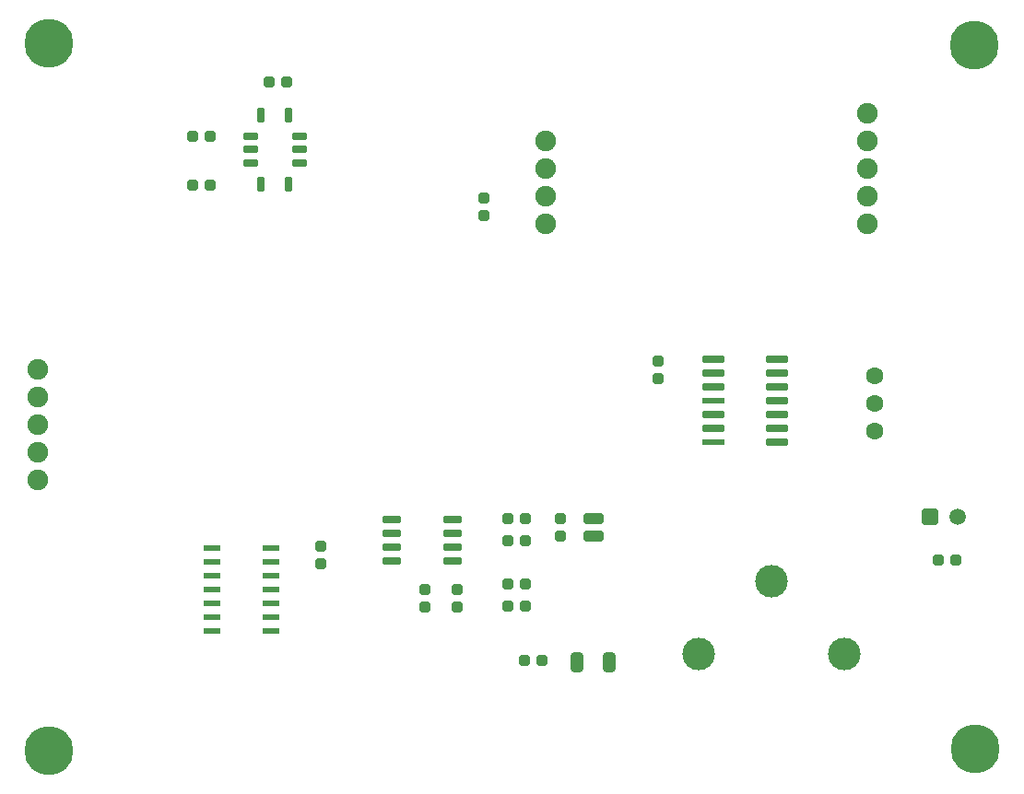
<source format=gbr>
%TF.GenerationSoftware,KiCad,Pcbnew,9.0.7-1.fc42*%
%TF.CreationDate,2026-02-03T17:10:45+01:00*%
%TF.ProjectId,air_sensor,6169725f-7365-46e7-936f-722e6b696361,rev?*%
%TF.SameCoordinates,Original*%
%TF.FileFunction,Soldermask,Top*%
%TF.FilePolarity,Negative*%
%FSLAX46Y46*%
G04 Gerber Fmt 4.6, Leading zero omitted, Abs format (unit mm)*
G04 Created by KiCad (PCBNEW 9.0.7-1.fc42) date 2026-02-03 17:10:45*
%MOMM*%
%LPD*%
G01*
G04 APERTURE LIST*
G04 Aperture macros list*
%AMRoundRect*
0 Rectangle with rounded corners*
0 $1 Rounding radius*
0 $2 $3 $4 $5 $6 $7 $8 $9 X,Y pos of 4 corners*
0 Add a 4 corners polygon primitive as box body*
4,1,4,$2,$3,$4,$5,$6,$7,$8,$9,$2,$3,0*
0 Add four circle primitives for the rounded corners*
1,1,$1+$1,$2,$3*
1,1,$1+$1,$4,$5*
1,1,$1+$1,$6,$7*
1,1,$1+$1,$8,$9*
0 Add four rect primitives between the rounded corners*
20,1,$1+$1,$2,$3,$4,$5,0*
20,1,$1+$1,$4,$5,$6,$7,0*
20,1,$1+$1,$6,$7,$8,$9,0*
20,1,$1+$1,$8,$9,$2,$3,0*%
G04 Aperture macros list end*
%ADD10RoundRect,0.250000X0.325000X0.650000X-0.325000X0.650000X-0.325000X-0.650000X0.325000X-0.650000X0*%
%ADD11RoundRect,0.142500X-0.357500X0.332500X-0.357500X-0.332500X0.357500X-0.332500X0.357500X0.332500X0*%
%ADD12RoundRect,0.090000X0.560000X-0.210000X0.560000X0.210000X-0.560000X0.210000X-0.560000X-0.210000X0*%
%ADD13RoundRect,0.090000X-0.210000X-0.560000X0.210000X-0.560000X0.210000X0.560000X-0.210000X0.560000X0*%
%ADD14RoundRect,0.082500X0.667500X-0.192500X0.667500X0.192500X-0.667500X0.192500X-0.667500X-0.192500X0*%
%ADD15RoundRect,0.142500X0.332500X0.357500X-0.332500X0.357500X-0.332500X-0.357500X0.332500X-0.357500X0*%
%ADD16RoundRect,0.142500X-0.332500X-0.357500X0.332500X-0.357500X0.332500X0.357500X-0.332500X0.357500X0*%
%ADD17C,3.000000*%
%ADD18RoundRect,0.142500X0.357500X-0.332500X0.357500X0.332500X-0.357500X0.332500X-0.357500X-0.332500X0*%
%ADD19RoundRect,0.090000X-0.947500X-0.210000X0.947500X-0.210000X0.947500X0.210000X-0.947500X0.210000X0*%
%ADD20RoundRect,0.088500X-0.949000X-0.206500X0.949000X-0.206500X0.949000X0.206500X-0.949000X0.206500X0*%
%ADD21RoundRect,0.091500X-0.946000X-0.213500X0.946000X-0.213500X0.946000X0.213500X-0.946000X0.213500X0*%
%ADD22C,4.500000*%
%ADD23RoundRect,0.250000X-0.500000X-0.500000X0.500000X-0.500000X0.500000X0.500000X-0.500000X0.500000X0*%
%ADD24C,1.500000*%
%ADD25RoundRect,0.090000X0.797500X0.210000X-0.797500X0.210000X-0.797500X-0.210000X0.797500X-0.210000X0*%
%ADD26C,1.905000*%
%ADD27C,1.600000*%
%ADD28RoundRect,0.150000X-0.750000X0.350000X-0.750000X-0.350000X0.750000X-0.350000X0.750000X0.350000X0*%
G04 APERTURE END LIST*
D10*
%TO.C,C16*%
X148475000Y-119910000D03*
X145525000Y-119910000D03*
%TD*%
D11*
%TO.C,C18*%
X153000000Y-92200000D03*
X153000000Y-93800000D03*
%TD*%
D12*
%TO.C,M1*%
X115560000Y-74000000D03*
X115560000Y-72750000D03*
X115560000Y-71500000D03*
D13*
X116510000Y-69560000D03*
X119050000Y-69560000D03*
D12*
X120000000Y-71500000D03*
X120000000Y-72750000D03*
X120000000Y-74000000D03*
D13*
X119050000Y-75940000D03*
X116510000Y-75940000D03*
%TD*%
D14*
%TO.C,U9*%
X117400000Y-117000000D03*
X117400000Y-115730000D03*
X117400000Y-114460000D03*
X117400000Y-113190000D03*
X117400000Y-111920000D03*
X117400000Y-110650000D03*
X117400000Y-109380000D03*
X112000000Y-109390000D03*
X112000000Y-110660000D03*
X112000000Y-111930000D03*
X112000000Y-113200000D03*
X112000000Y-114460000D03*
X112000000Y-115730000D03*
X112000000Y-117000000D03*
%TD*%
D15*
%TO.C,C15*%
X140800000Y-114700000D03*
X139200000Y-114700000D03*
%TD*%
D16*
%TO.C,R12*%
X117200000Y-66500000D03*
X118800000Y-66500000D03*
%TD*%
D17*
%TO.C,O1*%
X163400000Y-112400000D03*
X156700000Y-119100000D03*
X170100000Y-119100000D03*
%TD*%
D18*
%TO.C,C32*%
X137000000Y-78800000D03*
X137000000Y-77200000D03*
%TD*%
D19*
%TO.C,U6*%
X158000000Y-92000000D03*
X158000000Y-93270000D03*
X158000000Y-94540000D03*
D20*
X158000000Y-95805000D03*
D19*
X158000000Y-97070000D03*
X158000000Y-98340000D03*
D20*
X158000000Y-99605000D03*
D19*
X163925000Y-99610000D03*
X163925000Y-98340000D03*
X163925000Y-97070000D03*
X163925000Y-95800000D03*
X163925000Y-94530000D03*
X163925000Y-93260000D03*
D21*
X163925000Y-91995000D03*
%TD*%
D11*
%TO.C,C13*%
X131500000Y-113200000D03*
X131500000Y-114800000D03*
%TD*%
D22*
%TO.C,REF\u002A\u002A*%
X97000000Y-63000000D03*
%TD*%
%TO.C,REF\u002A\u002A*%
X182000000Y-63150000D03*
%TD*%
D11*
%TO.C,R1*%
X144000000Y-106700000D03*
X144000000Y-108300000D03*
%TD*%
D23*
%TO.C,D1*%
X177960000Y-106500000D03*
D24*
X180500000Y-106500000D03*
%TD*%
D25*
%TO.C,A1*%
X134100000Y-110590000D03*
X134100000Y-109320000D03*
X134100000Y-108050000D03*
X134100000Y-106780000D03*
X128475000Y-106780000D03*
X128475000Y-108050000D03*
X128475000Y-109320000D03*
X128475000Y-110590000D03*
%TD*%
D15*
%TO.C,R10*%
X111800000Y-71500000D03*
X110200000Y-71500000D03*
%TD*%
%TO.C,R4*%
X142300000Y-119700000D03*
X140700000Y-119700000D03*
%TD*%
%TO.C,R2*%
X140800000Y-106700000D03*
X139200000Y-106700000D03*
%TD*%
D22*
%TO.C,REF\u002A\u002A*%
X97000000Y-128000000D03*
%TD*%
D15*
%TO.C,R5*%
X140800000Y-112700000D03*
X139200000Y-112700000D03*
%TD*%
D11*
%TO.C,C23*%
X122000000Y-109200000D03*
X122000000Y-110800000D03*
%TD*%
D22*
%TO.C,REF\u002A\u002A*%
X182100000Y-127800000D03*
%TD*%
D15*
%TO.C,R3*%
X140800000Y-108700000D03*
X139200000Y-108700000D03*
%TD*%
D26*
%TO.C,S5*%
X172140000Y-69420000D03*
X172140000Y-71960000D03*
X172140000Y-74500000D03*
X172140000Y-77040000D03*
X172140000Y-79580000D03*
X142600000Y-71960000D03*
X142600000Y-74500000D03*
X142600000Y-77040000D03*
X142600000Y-79580000D03*
%TD*%
D15*
%TO.C,R11*%
X111800000Y-76000000D03*
X110200000Y-76000000D03*
%TD*%
D27*
%TO.C,J1*%
X172837500Y-98640000D03*
X172837500Y-96100000D03*
X172837500Y-93560000D03*
%TD*%
D28*
%TO.C,C12*%
X147000000Y-106700000D03*
X147000000Y-108300000D03*
%TD*%
D16*
%TO.C,R6*%
X178700000Y-110500000D03*
X180300000Y-110500000D03*
%TD*%
D26*
%TO.C,G2*%
X96000000Y-92960000D03*
X96000000Y-95500000D03*
X96000000Y-98000000D03*
X96000000Y-100540000D03*
X96000000Y-103080000D03*
%TD*%
D11*
%TO.C,C14*%
X134500000Y-113200000D03*
X134500000Y-114800000D03*
%TD*%
M02*

</source>
